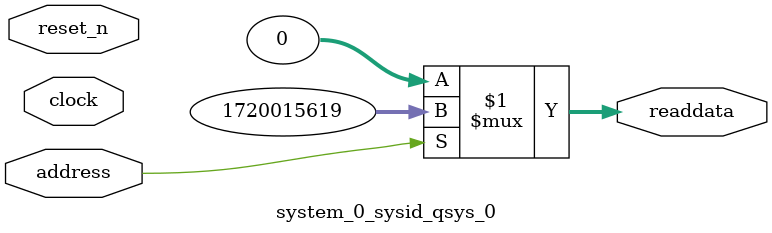
<source format=v>

`timescale 1ns / 1ps
// synthesis translate_on

// turn off superfluous verilog processor warnings 
// altera message_level Level1 
// altera message_off 10034 10035 10036 10037 10230 10240 10030 

module system_0_sysid_qsys_0 (
               // inputs:
                address,
                clock,
                reset_n,

               // outputs:
                readdata
             )
;

  output  [ 31: 0] readdata;
  input            address;
  input            clock;
  input            reset_n;

  wire    [ 31: 0] readdata;
  //control_slave, which is an e_avalon_slave
  assign readdata = address ? 1720015619 : 0;

endmodule




</source>
